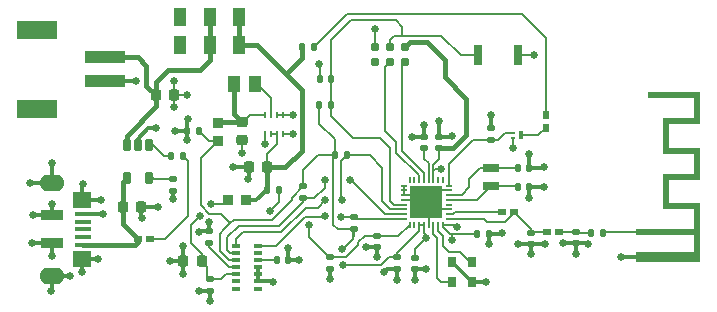
<source format=gtl>
%TF.GenerationSoftware,KiCad,Pcbnew,9.0.3*%
%TF.CreationDate,2025-09-07T12:19:25+02:00*%
%TF.ProjectId,LoTiBloxy,4c6f5469-426c-46f7-9879-2e6b69636164,rev?*%
%TF.SameCoordinates,Original*%
%TF.FileFunction,Copper,L1,Top*%
%TF.FilePolarity,Positive*%
%FSLAX46Y46*%
G04 Gerber Fmt 4.6, Leading zero omitted, Abs format (unit mm)*
G04 Created by KiCad (PCBNEW 9.0.3) date 2025-09-07 12:19:25*
%MOMM*%
%LPD*%
G01*
G04 APERTURE LIST*
G04 Aperture macros list*
%AMRoundRect*
0 Rectangle with rounded corners*
0 $1 Rounding radius*
0 $2 $3 $4 $5 $6 $7 $8 $9 X,Y pos of 4 corners*
0 Add a 4 corners polygon primitive as box body*
4,1,4,$2,$3,$4,$5,$6,$7,$8,$9,$2,$3,0*
0 Add four circle primitives for the rounded corners*
1,1,$1+$1,$2,$3*
1,1,$1+$1,$4,$5*
1,1,$1+$1,$6,$7*
1,1,$1+$1,$8,$9*
0 Add four rect primitives between the rounded corners*
20,1,$1+$1,$2,$3,$4,$5,0*
20,1,$1+$1,$4,$5,$6,$7,0*
20,1,$1+$1,$6,$7,$8,$9,0*
20,1,$1+$1,$8,$9,$2,$3,0*%
G04 Aperture macros list end*
%TA.AperFunction,EtchedComponent*%
%ADD10C,0.000000*%
%TD*%
%TA.AperFunction,SMDPad,CuDef*%
%ADD11R,3.403600X1.498600*%
%TD*%
%TA.AperFunction,SMDPad,CuDef*%
%ADD12R,3.505200X0.990600*%
%TD*%
%TA.AperFunction,ConnectorPad*%
%ADD13R,0.500000X0.500000*%
%TD*%
%TA.AperFunction,SMDPad,CuDef*%
%ADD14R,0.500000X0.900000*%
%TD*%
%TA.AperFunction,SMDPad,CuDef*%
%ADD15RoundRect,0.135000X-0.135000X-0.185000X0.135000X-0.185000X0.135000X0.185000X-0.135000X0.185000X0*%
%TD*%
%TA.AperFunction,SMDPad,CuDef*%
%ADD16R,0.939800X0.965200*%
%TD*%
%TA.AperFunction,SMDPad,CuDef*%
%ADD17RoundRect,0.140000X-0.170000X0.140000X-0.170000X-0.140000X0.170000X-0.140000X0.170000X0.140000X0*%
%TD*%
%TA.AperFunction,SMDPad,CuDef*%
%ADD18RoundRect,0.140000X0.140000X0.170000X-0.140000X0.170000X-0.140000X-0.170000X0.140000X-0.170000X0*%
%TD*%
%TA.AperFunction,SMDPad,CuDef*%
%ADD19RoundRect,0.225000X0.225000X0.250000X-0.225000X0.250000X-0.225000X-0.250000X0.225000X-0.250000X0*%
%TD*%
%TA.AperFunction,SMDPad,CuDef*%
%ADD20R,1.397000X0.698500*%
%TD*%
%TA.AperFunction,SMDPad,CuDef*%
%ADD21R,1.100000X1.420000*%
%TD*%
%TA.AperFunction,SMDPad,CuDef*%
%ADD22R,0.711200X0.558800*%
%TD*%
%TA.AperFunction,SMDPad,CuDef*%
%ADD23R,0.660400X0.609600*%
%TD*%
%TA.AperFunction,SMDPad,CuDef*%
%ADD24R,0.660400X0.399998*%
%TD*%
%TA.AperFunction,SMDPad,CuDef*%
%ADD25R,0.660400X0.400000*%
%TD*%
%TA.AperFunction,SMDPad,CuDef*%
%ADD26R,0.657700X0.400000*%
%TD*%
%TA.AperFunction,SMDPad,CuDef*%
%ADD27R,0.400000X0.250000*%
%TD*%
%TA.AperFunction,SMDPad,CuDef*%
%ADD28R,0.400000X0.700000*%
%TD*%
%TA.AperFunction,SMDPad,CuDef*%
%ADD29RoundRect,0.140000X-0.140000X-0.170000X0.140000X-0.170000X0.140000X0.170000X-0.140000X0.170000X0*%
%TD*%
%TA.AperFunction,SMDPad,CuDef*%
%ADD30RoundRect,0.150000X-0.150000X0.400000X-0.150000X-0.400000X0.150000X-0.400000X0.150000X0.400000X0*%
%TD*%
%TA.AperFunction,SMDPad,CuDef*%
%ADD31R,1.000000X1.600000*%
%TD*%
%TA.AperFunction,SMDPad,CuDef*%
%ADD32RoundRect,0.135000X-0.185000X0.135000X-0.185000X-0.135000X0.185000X-0.135000X0.185000X0.135000X0*%
%TD*%
%TA.AperFunction,SMDPad,CuDef*%
%ADD33RoundRect,0.225000X-0.250000X0.225000X-0.250000X-0.225000X0.250000X-0.225000X0.250000X0.225000X0*%
%TD*%
%TA.AperFunction,SMDPad,CuDef*%
%ADD34R,0.762000X0.965200*%
%TD*%
%TA.AperFunction,SMDPad,CuDef*%
%ADD35R,0.609600X0.660400*%
%TD*%
%TA.AperFunction,SMDPad,CuDef*%
%ADD36RoundRect,0.225000X-0.225000X-0.250000X0.225000X-0.250000X0.225000X0.250000X-0.225000X0.250000X0*%
%TD*%
%TA.AperFunction,ConnectorPad*%
%ADD37C,0.787400*%
%TD*%
%TA.AperFunction,SMDPad,CuDef*%
%ADD38R,0.253996X0.604900*%
%TD*%
%TA.AperFunction,SMDPad,CuDef*%
%ADD39R,0.254000X0.604900*%
%TD*%
%TA.AperFunction,SMDPad,CuDef*%
%ADD40RoundRect,0.140000X0.170000X-0.140000X0.170000X0.140000X-0.170000X0.140000X-0.170000X-0.140000X0*%
%TD*%
%TA.AperFunction,SMDPad,CuDef*%
%ADD41O,0.599999X0.200000*%
%TD*%
%TA.AperFunction,SMDPad,CuDef*%
%ADD42O,0.200000X0.599999*%
%TD*%
%TA.AperFunction,ComponentPad*%
%ADD43C,0.600000*%
%TD*%
%TA.AperFunction,SMDPad,CuDef*%
%ADD44R,2.799999X2.799999*%
%TD*%
%TA.AperFunction,SMDPad,CuDef*%
%ADD45R,1.371600X0.457200*%
%TD*%
%TA.AperFunction,SMDPad,CuDef*%
%ADD46R,1.371600X0.448601*%
%TD*%
%TA.AperFunction,SMDPad,CuDef*%
%ADD47R,1.371600X0.448600*%
%TD*%
%TA.AperFunction,SMDPad,CuDef*%
%ADD48R,1.371600X0.439998*%
%TD*%
%TA.AperFunction,ComponentPad*%
%ADD49O,2.108200X1.422400*%
%TD*%
%TA.AperFunction,SMDPad,CuDef*%
%ADD50R,1.549400X1.422400*%
%TD*%
%TA.AperFunction,SMDPad,CuDef*%
%ADD51R,1.905000X0.889000*%
%TD*%
%TA.AperFunction,SMDPad,CuDef*%
%ADD52RoundRect,0.135000X0.185000X-0.135000X0.185000X0.135000X-0.185000X0.135000X-0.185000X-0.135000X0*%
%TD*%
%TA.AperFunction,SMDPad,CuDef*%
%ADD53RoundRect,0.135000X0.135000X0.185000X-0.135000X0.185000X-0.135000X-0.185000X0.135000X-0.185000X0*%
%TD*%
%TA.AperFunction,SMDPad,CuDef*%
%ADD54R,0.800000X1.700000*%
%TD*%
%TA.AperFunction,SMDPad,CuDef*%
%ADD55R,0.965200X0.939800*%
%TD*%
%TA.AperFunction,ViaPad*%
%ADD56C,0.670000*%
%TD*%
%TA.AperFunction,Conductor*%
%ADD57C,0.200000*%
%TD*%
%TA.AperFunction,Conductor*%
%ADD58C,0.350000*%
%TD*%
%TA.AperFunction,Conductor*%
%ADD59C,0.400000*%
%TD*%
G04 APERTURE END LIST*
D10*
%TA.AperFunction,EtchedComponent*%
%TO.C,AE2*%
G36*
X137750000Y-92668196D02*
G01*
X135110000Y-92668196D01*
X135110000Y-94668196D01*
X137750000Y-94668196D01*
X137750000Y-97368196D01*
X135110000Y-97368196D01*
X135110000Y-99368196D01*
X137750000Y-99368196D01*
X137750000Y-104368196D01*
X132593215Y-104368196D01*
X132350000Y-104368196D01*
X132350000Y-103943352D01*
X132453957Y-103943352D01*
X132466065Y-103986015D01*
X132470419Y-103993927D01*
X132503203Y-104031870D01*
X132545605Y-104055938D01*
X132593215Y-104065779D01*
X132641622Y-104061043D01*
X132686416Y-104041381D01*
X132723186Y-104006441D01*
X132740092Y-103973549D01*
X132747982Y-103925463D01*
X132741408Y-103875878D01*
X132721313Y-103830568D01*
X132688643Y-103795308D01*
X132656417Y-103778414D01*
X132608158Y-103769974D01*
X132558632Y-103776505D01*
X132513447Y-103797064D01*
X132478213Y-103830707D01*
X132467600Y-103849318D01*
X132454700Y-103894833D01*
X132453957Y-103943352D01*
X132350000Y-103943352D01*
X132350000Y-103468196D01*
X137250000Y-103468196D01*
X137250000Y-102068196D01*
X132350000Y-102068196D01*
X132350000Y-101568196D01*
X137250000Y-101568196D01*
X137250000Y-99868196D01*
X134610000Y-99868196D01*
X134610000Y-96868196D01*
X137250000Y-96868196D01*
X137250000Y-95168196D01*
X134610000Y-95168196D01*
X134610000Y-92168196D01*
X137250000Y-92168196D01*
X137250000Y-90468196D01*
X133310000Y-90468196D01*
X133310000Y-89968196D01*
X137750000Y-89968196D01*
X137750000Y-92668196D01*
G37*
%TD.AperFunction*%
%TD*%
D11*
%TO.P,J2,4*%
%TO.N,N/C*%
X81605299Y-91350001D03*
%TO.P,J2,3*%
X81605299Y-84649999D03*
D12*
%TO.P,J2,2,2*%
%TO.N,GND*%
X87355300Y-89000001D03*
%TO.P,J2,1,1*%
%TO.N,/PowerSection/VBAT*%
X87355300Y-86999999D03*
%TD*%
D13*
%TO.P,AE2,1,A*%
%TO.N,/MCU/FEED*%
X132600000Y-101818196D03*
D14*
%TO.P,AE2,2,Shield*%
%TO.N,GND*%
X132600000Y-103918196D03*
%TD*%
D15*
%TO.P,R1,1*%
%TO.N,/VDD_1V8*%
X106805000Y-95300000D03*
%TO.P,R1,2*%
%TO.N,/SDA*%
X107825000Y-95300000D03*
%TD*%
D16*
%TO.P,FB1,1*%
%TO.N,/PowerSection/VOS*%
X96910000Y-92575700D03*
%TO.P,FB1,2*%
%TO.N,/VDD_1V8*%
X96910000Y-94074300D03*
%TD*%
D17*
%TO.P,C21,1*%
%TO.N,/MCU/batCheck*%
X110388192Y-102120000D03*
%TO.P,C21,2*%
%TO.N,GND*%
X110388192Y-103080000D03*
%TD*%
D18*
%TO.P,C7,1*%
%TO.N,/VDD_1V8*%
X95280000Y-93200000D03*
%TO.P,C7,2*%
%TO.N,GND*%
X94320000Y-93200000D03*
%TD*%
D17*
%TO.P,C13,1*%
%TO.N,/VDD_1V8*%
X113600000Y-103970000D03*
%TO.P,C13,2*%
%TO.N,GND*%
X113600000Y-104930000D03*
%TD*%
D19*
%TO.P,C10,1*%
%TO.N,/VSYS*%
X101054200Y-96316800D03*
%TO.P,C10,2*%
%TO.N,GND*%
X99504200Y-96316800D03*
%TD*%
D20*
%TO.P,XTAL1,1,1*%
%TO.N,/MCU/x32_Q2*%
X120015000Y-96399350D03*
%TO.P,XTAL1,2,2*%
%TO.N,/MCU/x32_Q1*%
X120015000Y-97910650D03*
%TD*%
D21*
%TO.P,L1,1,1*%
%TO.N,/PowerSection/SW*%
X100035000Y-89300000D03*
%TO.P,L1,2,2*%
%TO.N,/PowerSection/VOS*%
X98265000Y-89300000D03*
%TD*%
D22*
%TO.P,L5,1,1*%
%TO.N,/MCU/RFP*%
X124769300Y-101818196D03*
%TO.P,L5,2,2*%
%TO.N,/MCU/AntsCaps*%
X125810700Y-101818196D03*
%TD*%
D23*
%TO.P,D1,1,K*%
%TO.N,Net-(D1-K)*%
X91180273Y-102404419D03*
%TO.P,D1,2,A*%
%TO.N,/PowerSection/VBUS*%
X90138873Y-102404419D03*
%TD*%
D15*
%TO.P,R9,1*%
%TO.N,/VSYS*%
X104036400Y-86106000D03*
%TO.P,R9,2*%
%TO.N,Net-(D2-A)*%
X105056400Y-86106000D03*
%TD*%
D17*
%TO.P,C5,1*%
%TO.N,/MCU/AntsCaps*%
X127240000Y-101788196D03*
%TO.P,C5,2*%
%TO.N,GND*%
X127240000Y-102748196D03*
%TD*%
D24*
%TO.P,U1,1,SDA*%
%TO.N,/SDA*%
X98425000Y-102975001D03*
D25*
%TO.P,U1,2,SCL*%
%TO.N,/SCL*%
X98425000Y-103575000D03*
D24*
%TO.P,U1,3,LDO_EN*%
%TO.N,/VDD_1V8*%
X98425000Y-104175001D03*
D25*
%TO.P,U1,4,VLDO*%
%TO.N,/sensor/VLDO*%
X98425000Y-104775000D03*
%TO.P,U1,5,VLED*%
%TO.N,/VLED*%
X98425000Y-105375000D03*
%TO.P,U1,6,NC*%
%TO.N,unconnected-(U1-NC-Pad6)*%
X98425000Y-105975000D03*
%TO.P,U1,7,NC*%
%TO.N,unconnected-(U1-NC-Pad7)*%
X98425000Y-106575000D03*
%TO.P,U1,8,NC*%
%TO.N,unconnected-(U1-NC-Pad8)*%
X100330000Y-106575000D03*
%TO.P,U1,9,PGND*%
%TO.N,GND*%
X100330000Y-105975000D03*
%TO.P,U1,10,GND_DIG*%
X100330000Y-105375000D03*
D26*
%TO.P,U1,11,GND_ANA*%
X100331350Y-104775000D03*
D24*
%TO.P,U1,12,VREF*%
%TO.N,/sensor/VREF*%
X100330000Y-104175001D03*
D25*
%TO.P,U1,13,GPIO*%
%TO.N,unconnected-(U1-GPIO-Pad13)*%
X100330000Y-103575000D03*
D24*
%TO.P,U1,14,INTB*%
%TO.N,/INTB*%
X100330000Y-102975001D03*
%TD*%
D22*
%TO.P,L4,1,1*%
%TO.N,/MCU/RFN*%
X120919300Y-100118196D03*
%TO.P,L4,2,2*%
%TO.N,/MCU/RFP*%
X121960700Y-100118196D03*
%TD*%
D27*
%TO.P,Q1,1,G*%
%TO.N,/MCU/statusCtrl*%
X121900000Y-93375001D03*
D28*
%TO.P,Q1,2,D*%
%TO.N,Net-(D2-K)*%
X122600000Y-93600000D03*
D27*
%TO.P,Q1,3,S*%
%TO.N,GND*%
X121900000Y-93824999D03*
%TD*%
D29*
%TO.P,C15,1*%
%TO.N,/MCU/x32_Q2*%
X122285000Y-96355000D03*
%TO.P,C15,2*%
%TO.N,GND*%
X123245000Y-96355000D03*
%TD*%
%TO.P,C6,1*%
%TO.N,/MCU/AntsCaps*%
X128510000Y-101838196D03*
%TO.P,C6,2*%
%TO.N,/MCU/FEED*%
X129470000Y-101838196D03*
%TD*%
D30*
%TO.P,U4,1,STAT*%
%TO.N,/PowerSection/STAT*%
X91075000Y-94450000D03*
%TO.P,U4,2,VSS*%
%TO.N,GND*%
X90125000Y-94450000D03*
%TO.P,U4,3,VBAT*%
%TO.N,/PowerSection/VBAT*%
X89175000Y-94450000D03*
%TO.P,U4,4,VDD*%
%TO.N,/PowerSection/VBUS*%
X89175000Y-97250000D03*
%TO.P,U4,5,PROG*%
%TO.N,/PowerSection/PROG*%
X91075000Y-97250000D03*
%TD*%
D31*
%TO.P,S3,1,1*%
%TO.N,/VSYS*%
X98700000Y-86000000D03*
%TO.P,S3,1.1,1*%
X98700000Y-83600000D03*
%TO.P,S3,2,2*%
%TO.N,/PowerSection/VBAT*%
X96200000Y-86000000D03*
%TO.P,S3,2.1,2*%
X96200000Y-83600000D03*
%TO.P,S3,3,3*%
%TO.N,unconnected-(S3-Pad3)*%
X93700000Y-86000000D03*
%TO.P,S3,3.1,3*%
%TO.N,unconnected-(S3-3-Pad3.1)*%
X93700000Y-83600000D03*
%TD*%
D19*
%TO.P,C2,1*%
%TO.N,/VLED*%
X95525000Y-104250000D03*
%TO.P,C2,2*%
%TO.N,GND*%
X93975000Y-104250000D03*
%TD*%
D18*
%TO.P,C19,1*%
%TO.N,/MCU/nRESET*%
X106480000Y-88800000D03*
%TO.P,C19,2*%
%TO.N,GND*%
X105520000Y-88800000D03*
%TD*%
D32*
%TO.P,R7,1*%
%TO.N,/MCU/batCheck*%
X106400000Y-103890000D03*
%TO.P,R7,2*%
%TO.N,GND*%
X106400000Y-104910000D03*
%TD*%
D15*
%TO.P,R4,1*%
%TO.N,/VDD_1V8*%
X105490000Y-91000000D03*
%TO.P,R4,2*%
%TO.N,/MCU/nRESET*%
X106510000Y-91000000D03*
%TD*%
D33*
%TO.P,C11,1*%
%TO.N,/PowerSection/VOS*%
X98960000Y-92475000D03*
%TO.P,C11,2*%
%TO.N,GND*%
X98960000Y-94025000D03*
%TD*%
D17*
%TO.P,C20,1*%
%TO.N,/VLED*%
X96274700Y-105811600D03*
%TO.P,C20,2*%
%TO.N,GND*%
X96274700Y-106771600D03*
%TD*%
D34*
%TO.P,XTAL2,1,1*%
%TO.N,/MCU/x24_P*%
X118450001Y-104297401D03*
%TO.P,XTAL2,2,2*%
%TO.N,GND*%
X116749999Y-104297401D03*
%TO.P,XTAL2,3,3*%
%TO.N,/MCU/x24_N*%
X116749999Y-106050001D03*
%TO.P,XTAL2,4,4*%
%TO.N,GND*%
X118450001Y-106050001D03*
%TD*%
D35*
%TO.P,D2,1,K*%
%TO.N,Net-(D2-K)*%
X124690000Y-92943196D03*
%TO.P,D2,2,A*%
%TO.N,Net-(D2-A)*%
X124690000Y-91901796D03*
%TD*%
D36*
%TO.P,C18,1*%
%TO.N,/PowerSection/VBAT*%
X91625000Y-90200000D03*
%TO.P,C18,2*%
%TO.N,GND*%
X93175000Y-90200000D03*
%TD*%
D37*
%TO.P,J1,1,VCC*%
%TO.N,/VDD_1V8*%
X112730000Y-86165000D03*
%TO.P,J1,2,SWDIO*%
%TO.N,/MCU/TMS*%
X112730000Y-87435000D03*
%TO.P,J1,3,~{RESET}*%
%TO.N,/MCU/nRESET*%
X111460000Y-86165000D03*
%TO.P,J1,4,SWCLK*%
%TO.N,/MCU/TCK*%
X111460000Y-87435000D03*
%TO.P,J1,5,GND*%
%TO.N,GND*%
X110190000Y-86165000D03*
%TO.P,J1,6,SWO*%
%TO.N,unconnected-(J1-SWO-Pad6)*%
X110190000Y-87435000D03*
%TD*%
D38*
%TO.P,U3,1,GND*%
%TO.N,GND*%
X100900001Y-93452450D03*
D39*
%TO.P,U3,2,VIN*%
%TO.N,/VSYS*%
X101400000Y-93452450D03*
%TO.P,U3,3,MODE*%
X101900000Y-93452450D03*
D38*
%TO.P,U3,4,EN*%
%TO.N,GND*%
X102399999Y-93452450D03*
D39*
%TO.P,U3,5,VSET*%
X102400001Y-91847550D03*
%TO.P,U3,6,STOP*%
X101900000Y-91847550D03*
%TO.P,U3,7,SW*%
%TO.N,/PowerSection/SW*%
X101400000Y-91847550D03*
D38*
%TO.P,U3,8,VOS*%
%TO.N,/PowerSection/VOS*%
X100900001Y-91847550D03*
%TD*%
D32*
%TO.P,R6,1*%
%TO.N,/PowerSection/PROG*%
X93088873Y-97269419D03*
%TO.P,R6,2*%
%TO.N,GND*%
X93088873Y-98289419D03*
%TD*%
D40*
%TO.P,C8,1*%
%TO.N,/VDD_1V8*%
X115640000Y-94698196D03*
%TO.P,C8,2*%
%TO.N,GND*%
X115640000Y-93738196D03*
%TD*%
D32*
%TO.P,R2,1*%
%TO.N,/VDD_1V8*%
X104140000Y-97915000D03*
%TO.P,R2,2*%
%TO.N,/SCL*%
X104140000Y-98935000D03*
%TD*%
D36*
%TO.P,C12,1*%
%TO.N,/PowerSection/VBUS*%
X88875000Y-99650000D03*
%TO.P,C12,2*%
%TO.N,GND*%
X90425000Y-99650000D03*
%TD*%
D40*
%TO.P,C1,1*%
%TO.N,/sensor/VLDO*%
X96174700Y-102691600D03*
%TO.P,C1,2*%
%TO.N,GND*%
X96174700Y-101731600D03*
%TD*%
D41*
%TO.P,U2,1,RF_P*%
%TO.N,/MCU/RFP*%
X116439999Y-100668198D03*
%TO.P,U2,2,RF_N*%
%TO.N,/MCU/RFN*%
X116439999Y-100268197D03*
%TO.P,U2,3,VSS*%
%TO.N,GND*%
X116439999Y-99868197D03*
%TO.P,U2,4,RX_TX*%
%TO.N,unconnected-(U2-RX_TX-Pad4)*%
X116439999Y-99468198D03*
%TO.P,U2,5,X32K_Q1*%
%TO.N,/MCU/x32_Q1*%
X116439999Y-99068196D03*
%TO.P,U2,6,X32K_Q2*%
%TO.N,/MCU/x32_Q2*%
X116439999Y-98668197D03*
%TO.P,U2,7,VSS*%
%TO.N,GND*%
X116439999Y-98268198D03*
%TO.P,U2,8,DIO_0*%
%TO.N,/MCU/statusCtrl*%
X116439999Y-97868196D03*
D42*
%TO.P,U2,9,DIO_1*%
%TO.N,unconnected-(U2-DIO_1-Pad9)*%
X115940000Y-97368197D03*
%TO.P,U2,10,DIO_2*%
%TO.N,unconnected-(U2-DIO_2-Pad10)*%
X115539998Y-97368197D03*
%TO.P,U2,11,VDDS2*%
%TO.N,/VDD_1V8*%
X115139999Y-97368197D03*
%TO.P,U2,12,DCOUPL*%
%TO.N,/MCU/DCOUPL*%
X114740000Y-97368197D03*
%TO.P,U2,13,JTAG_TMSC*%
%TO.N,/MCU/TMS*%
X114339998Y-97368197D03*
%TO.P,U2,14,JTAG_TCKC*%
%TO.N,/MCU/TCK*%
X113939999Y-97368197D03*
%TO.P,U2,15,DIO_3*%
%TO.N,unconnected-(U2-DIO_3-Pad15)*%
X113539999Y-97368197D03*
%TO.P,U2,16,DIO_4*%
%TO.N,unconnected-(U2-DIO_4-Pad16)*%
X113139998Y-97368197D03*
D41*
%TO.P,U2,17,VSS*%
%TO.N,GND*%
X112640001Y-97868196D03*
%TO.P,U2,18,DCDC_SW*%
X112640001Y-98268198D03*
%TO.P,U2,19,VDDS_DCDC*%
X112640001Y-98668197D03*
%TO.P,U2,20,VSS*%
X112640001Y-99068196D03*
%TO.P,U2,21,RESET_N*%
%TO.N,/MCU/nRESET*%
X112640001Y-99468198D03*
%TO.P,U2,22,DIO_5*%
%TO.N,/SDA*%
X112640001Y-99868197D03*
%TO.P,U2,23,DIO_6*%
%TO.N,/SCL*%
X112640001Y-100268197D03*
%TO.P,U2,24,DIO_7*%
%TO.N,/INTB*%
X112640001Y-100668198D03*
D42*
%TO.P,U2,25,DIO_8*%
%TO.N,/MCU/batCheck*%
X113139998Y-101168195D03*
%TO.P,U2,26,DIO_9*%
%TO.N,unconnected-(U2-DIO_9-Pad26)*%
X113539999Y-101168195D03*
%TO.P,U2,27,VDDS*%
%TO.N,/VDD_1V8*%
X113939999Y-101168195D03*
%TO.P,U2,28,VDDR*%
X114339998Y-101168195D03*
%TO.P,U2,29,VSS*%
%TO.N,GND*%
X114740000Y-101168195D03*
%TO.P,U2,30,X24M_N*%
%TO.N,/MCU/x24_N*%
X115139999Y-101168195D03*
%TO.P,U2,31,X24M_P*%
%TO.N,/MCU/x24_P*%
X115539998Y-101168195D03*
%TO.P,U2,32,VDDR_RF*%
%TO.N,/VDD_1V8*%
X115940000Y-101168195D03*
D43*
%TO.P,U2,33,EGP*%
%TO.N,GND*%
X115565000Y-99268196D03*
X114540000Y-100318196D03*
X114540000Y-98218196D03*
X114539997Y-99268196D03*
D44*
X114539997Y-99268196D03*
D43*
X113465000Y-99268196D03*
%TD*%
D17*
%TO.P,C9,1*%
%TO.N,/VDD_1V8*%
X112065000Y-103938196D03*
%TO.P,C9,2*%
%TO.N,GND*%
X112065000Y-104898196D03*
%TD*%
D45*
%TO.P,J3,1,VBUS*%
%TO.N,/PowerSection/VBUS*%
X85493500Y-102875000D03*
D46*
%TO.P,J3,2,D-*%
%TO.N,unconnected-(J3-D--Pad2)*%
X85493500Y-102220699D03*
D47*
%TO.P,J3,3,D+*%
%TO.N,unconnected-(J3-D+-Pad3)*%
X85493500Y-101570700D03*
D48*
%TO.P,J3,4,ID*%
%TO.N,unconnected-(J3-ID-Pad4)*%
X85493500Y-100925001D03*
D45*
%TO.P,J3,5,GND*%
%TO.N,GND*%
X85493500Y-100275000D03*
D49*
%TO.P,J3,6,Shield*%
X82829299Y-97625000D03*
D50*
X85404600Y-99112501D03*
D51*
X82829299Y-100387500D03*
X82829299Y-102762500D03*
D50*
X85404600Y-104037499D03*
D49*
X82829299Y-105525000D03*
%TD*%
D29*
%TO.P,C14,1*%
%TO.N,/VDD_1V8*%
X118885000Y-101918196D03*
%TO.P,C14,2*%
%TO.N,GND*%
X119845000Y-101918196D03*
%TD*%
%TO.P,C3,1*%
%TO.N,/sensor/VREF*%
X101920000Y-104200000D03*
%TO.P,C3,2*%
%TO.N,GND*%
X102880000Y-104200000D03*
%TD*%
%TO.P,C16,1*%
%TO.N,/MCU/x32_Q1*%
X122285000Y-97955000D03*
%TO.P,C16,2*%
%TO.N,GND*%
X123245000Y-97955000D03*
%TD*%
D52*
%TO.P,R10,1*%
%TO.N,/MCU/statusCtrl*%
X120000000Y-93968197D03*
%TO.P,R10,2*%
%TO.N,GND*%
X120000000Y-92948197D03*
%TD*%
%TO.P,R3,1*%
%TO.N,/VDD_1V8*%
X108407200Y-101551200D03*
%TO.P,R3,2*%
%TO.N,/INTB*%
X108407200Y-100531200D03*
%TD*%
D15*
%TO.P,R8,1*%
%TO.N,/VSYS*%
X101039200Y-98196400D03*
%TO.P,R8,2*%
%TO.N,/MCU/batCheck*%
X102059200Y-98196400D03*
%TD*%
D17*
%TO.P,C4,1*%
%TO.N,/MCU/RFP*%
X123390000Y-101838196D03*
%TO.P,C4,2*%
%TO.N,GND*%
X123390000Y-102798196D03*
%TD*%
D53*
%TO.P,R5,1*%
%TO.N,Net-(D1-K)*%
X93973873Y-95379419D03*
%TO.P,R5,2*%
%TO.N,/PowerSection/STAT*%
X92953873Y-95379419D03*
%TD*%
D54*
%TO.P,S1,1*%
%TO.N,/MCU/nRESET*%
X118900000Y-86800000D03*
%TO.P,S1,2*%
%TO.N,GND*%
X122300000Y-86800000D03*
%TD*%
D55*
%TO.P,FB2,1*%
%TO.N,/VSYS*%
X99299300Y-99100000D03*
%TO.P,FB2,2*%
%TO.N,/VLED*%
X97800700Y-99100000D03*
%TD*%
D40*
%TO.P,C17,1*%
%TO.N,/MCU/DCOUPL*%
X114340000Y-94698196D03*
%TO.P,C17,2*%
%TO.N,GND*%
X114340000Y-93738196D03*
%TD*%
D56*
%TO.N,GND*%
X96174700Y-100975300D03*
X95325000Y-101750000D03*
X92850000Y-104250000D03*
X84375000Y-105525000D03*
X124495000Y-97955000D03*
X85450000Y-97750000D03*
X87050000Y-99100000D03*
X120000000Y-91875000D03*
X91650000Y-93000000D03*
X96250000Y-107600000D03*
X95321600Y-106771600D03*
X113300000Y-93738196D03*
X106400000Y-105750000D03*
X126150000Y-102725000D03*
X114525000Y-104925000D03*
X120950000Y-101900000D03*
X131075000Y-103900000D03*
X111000000Y-105150000D03*
X98166800Y-96316800D03*
X103775000Y-104200000D03*
X115640000Y-92410000D03*
X82850000Y-95950000D03*
X123700000Y-86800000D03*
X124500000Y-96300000D03*
X100875000Y-94350000D03*
X93200000Y-91200000D03*
X90450000Y-100600000D03*
X116700000Y-93700000D03*
X102880000Y-103105000D03*
X93175000Y-88975000D03*
X123250000Y-95200000D03*
X94300000Y-94000000D03*
X114350000Y-92700000D03*
X99475000Y-97325000D03*
X119585000Y-106050001D03*
X119845000Y-102795000D03*
X124600000Y-102800000D03*
X90000000Y-88975000D03*
X93250000Y-93200000D03*
X98960000Y-95140000D03*
X81225000Y-100375000D03*
X112050000Y-105850000D03*
X82850000Y-103850000D03*
X128250000Y-102800000D03*
X93088873Y-99038873D03*
X87200000Y-100250000D03*
X93975000Y-105374400D03*
X82800000Y-106825000D03*
X82850000Y-99400000D03*
X105475000Y-87600000D03*
X123245000Y-98895000D03*
X110375000Y-103896400D03*
X81200000Y-102700000D03*
X86732618Y-104056948D03*
X94350000Y-92250000D03*
X110175000Y-84575000D03*
X127250000Y-103650000D03*
X122301804Y-102798196D03*
X121900000Y-94700000D03*
X91850000Y-99650000D03*
X103250000Y-91850000D03*
X123390000Y-103640000D03*
X101600000Y-106000000D03*
X85400000Y-105150000D03*
X93975000Y-102991294D03*
X94300000Y-90200000D03*
X103250000Y-93475000D03*
X113600000Y-105850000D03*
X109480000Y-103080000D03*
X81000000Y-97600000D03*
%TO.N,/VLED*%
X95376600Y-100406600D03*
X96331902Y-99451298D03*
%TO.N,/VDD_1V8*%
X117150000Y-101400000D03*
X114550000Y-102300000D03*
X116725000Y-102500000D03*
X107500000Y-104565000D03*
X115800000Y-96450000D03*
X107450000Y-103215000D03*
%TO.N,/MCU/batCheck*%
X104650000Y-101200000D03*
X101281475Y-100025000D03*
%TO.N,/SDA*%
X106000000Y-99100000D03*
X107430000Y-99100000D03*
%TO.N,/SCL*%
X105950000Y-97375000D03*
X108090000Y-97400000D03*
%TO.N,/INTB*%
X106000000Y-100475000D03*
X107354000Y-100500000D03*
%TD*%
D57*
%TO.N,/SCL*%
X111083797Y-100268197D02*
X112640001Y-100268197D01*
X108090000Y-97400000D02*
X108215600Y-97400000D01*
X108215600Y-97400000D02*
X111083797Y-100268197D01*
%TO.N,/VDD_1V8*%
X107051200Y-101551200D02*
X108407200Y-101551200D01*
X106675000Y-101175000D02*
X107051200Y-101551200D01*
X106675000Y-95430000D02*
X106675000Y-101175000D01*
X106805000Y-95300000D02*
X106675000Y-95430000D01*
%TO.N,/INTB*%
X105975000Y-100500000D02*
X104300000Y-100500000D01*
X106000000Y-100475000D02*
X105975000Y-100500000D01*
X104300000Y-100500000D02*
X101824999Y-102975001D01*
X101824999Y-102975001D02*
X100330000Y-102975001D01*
%TO.N,/SCL*%
X105950000Y-98025000D02*
X105040000Y-98935000D01*
X105950000Y-97375000D02*
X105950000Y-98025000D01*
X105040000Y-98935000D02*
X104140000Y-98935000D01*
%TO.N,/SDA*%
X98425000Y-102425000D02*
X98425000Y-102975001D01*
X99050000Y-101800000D02*
X98425000Y-102425000D01*
X105379600Y-99720400D02*
X104343200Y-99720400D01*
X104343200Y-99720400D02*
X102263600Y-101800000D01*
X106000000Y-99100000D02*
X105379600Y-99720400D01*
X102263600Y-101800000D02*
X99050000Y-101800000D01*
%TO.N,/VDD_1V8*%
X116941600Y-101193600D02*
X115965405Y-101193600D01*
X117148000Y-101400000D02*
X116941600Y-101193600D01*
X117150000Y-101400000D02*
X117148000Y-101400000D01*
X115965405Y-101193600D02*
X115940000Y-101168195D01*
X116550000Y-101950000D02*
X115940000Y-101340000D01*
X118853196Y-101950000D02*
X116550000Y-101950000D01*
X118885000Y-101918196D02*
X118853196Y-101950000D01*
X115940000Y-101340000D02*
X115940000Y-101168195D01*
X116750000Y-102288527D02*
X116750000Y-101918196D01*
X116825000Y-102363527D02*
X116750000Y-102288527D01*
X116825000Y-102400000D02*
X116825000Y-102363527D01*
X116725000Y-102500000D02*
X116825000Y-102400000D01*
X103150000Y-99100000D02*
X103150000Y-98905000D01*
X101500000Y-100750000D02*
X103150000Y-99100000D01*
X103150000Y-98905000D02*
X104140000Y-97915000D01*
X97950000Y-101050000D02*
X98250000Y-100750000D01*
X98250000Y-100750000D02*
X101500000Y-100750000D01*
X111362475Y-103938196D02*
X112065000Y-103938196D01*
X110754271Y-104546400D02*
X111362475Y-103938196D01*
X107518600Y-104546400D02*
X110754271Y-104546400D01*
X107500000Y-104565000D02*
X107518600Y-104546400D01*
D58*
%TO.N,GND*%
X111301804Y-104898196D02*
X112065000Y-104898196D01*
X111290863Y-104909137D02*
X111301804Y-104898196D01*
X111240863Y-104909137D02*
X111290863Y-104909137D01*
X111000000Y-105150000D02*
X111240863Y-104909137D01*
X96200000Y-100950000D02*
X96174700Y-100975300D01*
X96174700Y-101731600D02*
X96174700Y-100975300D01*
X95343400Y-101731600D02*
X95325000Y-101750000D01*
X96174700Y-101731600D02*
X95343400Y-101731600D01*
D57*
%TO.N,/VLED*%
X95525000Y-103620640D02*
X95525000Y-104250000D01*
X94600000Y-102695640D02*
X95525000Y-103620640D01*
X95376600Y-100406600D02*
X94600000Y-101183200D01*
X94600000Y-101183200D02*
X94600000Y-102695640D01*
%TO.N,/MCU/x24_P*%
X118215599Y-104297401D02*
X118450001Y-104297401D01*
X117431999Y-103513801D02*
X118215599Y-104297401D01*
X116000000Y-103000000D02*
X116513801Y-103513801D01*
X116513801Y-103513801D02*
X117431999Y-103513801D01*
X115539998Y-101689998D02*
X116000000Y-102150000D01*
X116000000Y-102150000D02*
X116000000Y-103000000D01*
X115539998Y-101168195D02*
X115539998Y-101689998D01*
%TO.N,/MCU/x24_N*%
X115444600Y-105715505D02*
X115779096Y-106050001D01*
X115484800Y-104097000D02*
X115444600Y-104137200D01*
X115139999Y-101989999D02*
X115484800Y-102334800D01*
X115779096Y-106050001D02*
X116749999Y-106050001D01*
X115139999Y-101168195D02*
X115139999Y-101989999D01*
X115484800Y-102334800D02*
X115484800Y-104097000D01*
X115444600Y-104137200D02*
X115444600Y-105715505D01*
%TO.N,/VDD_1V8*%
X113600000Y-103250000D02*
X114550000Y-102300000D01*
X113600000Y-103970000D02*
X113600000Y-103250000D01*
X114550000Y-102110002D02*
X114339998Y-101900000D01*
X114550000Y-102300000D02*
X114550000Y-102110002D01*
X114339998Y-101900000D02*
X114339998Y-101168195D01*
X113939999Y-101710001D02*
X113939999Y-101168195D01*
X112065000Y-103585000D02*
X113939999Y-101710001D01*
X112065000Y-103938196D02*
X112065000Y-103585000D01*
%TO.N,/MCU/FEED*%
X129490000Y-101818196D02*
X129470000Y-101838196D01*
X132600000Y-101818196D02*
X129490000Y-101818196D01*
%TO.N,/sensor/VLDO*%
X96174700Y-103085501D02*
X97864199Y-104775000D01*
X97864199Y-104775000D02*
X98425000Y-104775000D01*
X96174700Y-102691600D02*
X96174700Y-103085501D01*
D58*
%TO.N,GND*%
X118450001Y-106050001D02*
X119585000Y-106050001D01*
X82829299Y-105525000D02*
X84375000Y-105525000D01*
X90425000Y-99650000D02*
X91850000Y-99650000D01*
X123390000Y-102798196D02*
X124598196Y-102798196D01*
D57*
X100900001Y-93452450D02*
X100900001Y-94324999D01*
D58*
X112065000Y-105835000D02*
X112050000Y-105850000D01*
X103740000Y-104165000D02*
X103775000Y-104200000D01*
D57*
X113939998Y-98668197D02*
X114539997Y-99268196D01*
D58*
X101625000Y-105975000D02*
X101600000Y-106000000D01*
X90125000Y-94450000D02*
X90125000Y-93900001D01*
X109450000Y-103050000D02*
X109480000Y-103080000D01*
D57*
X93175000Y-90200000D02*
X94300000Y-90200000D01*
D58*
X95321600Y-106771600D02*
X95300000Y-106750000D01*
X119845000Y-101918196D02*
X119845000Y-102795000D01*
X82829299Y-99420701D02*
X82850000Y-99400000D01*
X114520000Y-104930000D02*
X114525000Y-104925000D01*
X100331350Y-104775000D02*
X100331350Y-105373650D01*
X91025001Y-93000000D02*
X91650000Y-93000000D01*
X123250000Y-98900000D02*
X123245000Y-98895000D01*
D57*
X112640001Y-98268198D02*
X112640001Y-98668197D01*
D58*
X120000000Y-91850000D02*
X120000000Y-91875000D01*
X82829299Y-97625000D02*
X81025000Y-97625000D01*
X113600000Y-105850000D02*
X113600000Y-104930000D01*
X123390000Y-102798196D02*
X123390000Y-103640000D01*
X87175000Y-100275000D02*
X87200000Y-100250000D01*
X124598196Y-102798196D02*
X124600000Y-102800000D01*
D57*
X102399999Y-93452450D02*
X103227450Y-93452450D01*
D58*
X106400000Y-104910000D02*
X106400000Y-105750000D01*
X94320000Y-92280000D02*
X94350000Y-92250000D01*
X85404600Y-99112501D02*
X85404600Y-97795400D01*
D57*
X103227450Y-93452450D02*
X103250000Y-93475000D01*
D58*
X120931804Y-101918196D02*
X120950000Y-101900000D01*
X93966600Y-104241600D02*
X93975000Y-104250000D01*
X96274700Y-106771600D02*
X96274700Y-107575300D01*
X128198196Y-102748196D02*
X128250000Y-102800000D01*
X90125000Y-93900001D02*
X91025001Y-93000000D01*
X116749999Y-104297401D02*
X116749999Y-104349999D01*
D57*
X116439999Y-99868197D02*
X115139998Y-99868197D01*
D58*
X131075000Y-103900000D02*
X131093196Y-103918196D01*
D57*
X112640001Y-97868196D02*
X112640001Y-98268198D01*
X110190000Y-86165000D02*
X110190000Y-84590000D01*
D58*
X99504200Y-97295800D02*
X99475000Y-97325000D01*
X123245000Y-97955000D02*
X124495000Y-97955000D01*
X94320000Y-93980000D02*
X94300000Y-94000000D01*
X90425000Y-100575000D02*
X90450000Y-100600000D01*
X82829299Y-106795701D02*
X82800000Y-106825000D01*
D57*
X116439999Y-98268198D02*
X114590002Y-98268198D01*
D58*
X94320000Y-93200000D02*
X94320000Y-92280000D01*
X87355300Y-89000001D02*
X89974999Y-89000001D01*
X100330000Y-105375000D02*
X100330000Y-105975000D01*
X86739566Y-104050000D02*
X86732618Y-104056948D01*
X102880000Y-104165000D02*
X103740000Y-104165000D01*
D57*
X112640001Y-99068196D02*
X113265000Y-99068196D01*
D58*
X85404600Y-97795400D02*
X85450000Y-97750000D01*
X85404600Y-105145400D02*
X85400000Y-105150000D01*
X127240000Y-102748196D02*
X126173196Y-102748196D01*
X85404600Y-104037499D02*
X85404600Y-105145400D01*
X93975000Y-102991294D02*
X93975000Y-104250000D01*
X110388192Y-103080000D02*
X109480000Y-103080000D01*
D57*
X105520000Y-87645000D02*
X105475000Y-87600000D01*
D58*
X86737499Y-104037499D02*
X86750000Y-104050000D01*
D57*
X98950000Y-95150000D02*
X98960000Y-95140000D01*
X121900000Y-93824999D02*
X121900000Y-94700000D01*
D58*
X122300000Y-102800000D02*
X122301804Y-102798196D01*
X82829299Y-100387500D02*
X81237500Y-100387500D01*
X127240000Y-102748196D02*
X128198196Y-102748196D01*
X82829299Y-100387500D02*
X82829299Y-99420701D01*
X85404600Y-104037499D02*
X86737499Y-104037499D01*
X81262500Y-102762500D02*
X81200000Y-102700000D01*
X123245000Y-96355000D02*
X123245000Y-95205000D01*
D57*
X110190000Y-84590000D02*
X110175000Y-84575000D01*
D58*
X85404600Y-99112501D02*
X87037499Y-99112501D01*
D57*
X112640001Y-98668197D02*
X113939998Y-98668197D01*
D58*
X124500000Y-97950000D02*
X124495000Y-97955000D01*
X127240000Y-102748196D02*
X127240000Y-103640000D01*
X93100000Y-99050000D02*
X93088873Y-99038873D01*
X110388192Y-103883208D02*
X110375000Y-103896400D01*
D57*
X102400001Y-91847550D02*
X103247550Y-91847550D01*
D58*
X99504200Y-96316800D02*
X98166800Y-96316800D01*
X123245000Y-97955000D02*
X123245000Y-98895000D01*
X94320000Y-93200000D02*
X93250000Y-93200000D01*
X89974999Y-89000001D02*
X90000000Y-88975000D01*
X115650000Y-92400000D02*
X115640000Y-92410000D01*
D57*
X115139998Y-99868197D02*
X114539997Y-99268196D01*
D58*
X123245000Y-95205000D02*
X123250000Y-95200000D01*
D57*
X98960000Y-94025000D02*
X98960000Y-95140000D01*
D58*
X99504200Y-96316800D02*
X99504200Y-97295800D01*
X93300000Y-104250000D02*
X93308400Y-104241600D01*
D57*
X93175000Y-91175000D02*
X93200000Y-91200000D01*
D58*
X96274700Y-107575300D02*
X96250000Y-107600000D01*
X114340000Y-92710000D02*
X114350000Y-92700000D01*
D57*
X93175000Y-90200000D02*
X93175000Y-88975000D01*
D58*
X81025000Y-97625000D02*
X81000000Y-97600000D01*
X92850000Y-104250000D02*
X93300000Y-104250000D01*
D57*
X113265000Y-99068196D02*
X113465000Y-99268196D01*
D58*
X93308400Y-104241600D02*
X93966600Y-104241600D01*
X120000000Y-92948197D02*
X120000000Y-91850000D01*
D57*
X114740000Y-101168195D02*
X114740000Y-100518196D01*
X101900000Y-91847550D02*
X102400001Y-91847550D01*
D58*
X115640000Y-93738196D02*
X115640000Y-92410000D01*
X96274700Y-106771600D02*
X95321600Y-106771600D01*
X131093196Y-103918196D02*
X132600000Y-103918196D01*
D57*
X100900001Y-94324999D02*
X100875000Y-94350000D01*
D58*
X123390000Y-102798196D02*
X122301804Y-102798196D01*
X100330000Y-105975000D02*
X101625000Y-105975000D01*
X82829299Y-97625000D02*
X82829299Y-95970701D01*
X86750000Y-104050000D02*
X86739566Y-104050000D01*
X82850000Y-103850000D02*
X82829299Y-103829299D01*
D57*
X103247550Y-91847550D02*
X103250000Y-91850000D01*
D58*
X98150000Y-96300000D02*
X98166800Y-96316800D01*
X90425000Y-99650000D02*
X90425000Y-100575000D01*
D57*
X122300000Y-86800000D02*
X123700000Y-86800000D01*
D58*
X93088873Y-98289419D02*
X93088873Y-99038873D01*
D57*
X93175000Y-90200000D02*
X93175000Y-91175000D01*
D58*
X123400000Y-103650000D02*
X123390000Y-103640000D01*
X82829299Y-102762500D02*
X81262500Y-102762500D01*
X114340000Y-93738196D02*
X113300000Y-93738196D01*
X126173196Y-102748196D02*
X126150000Y-102725000D01*
D57*
X114590002Y-98268198D02*
X114540000Y-98218196D01*
D58*
X123245000Y-96355000D02*
X124445000Y-96355000D01*
X81237500Y-100387500D02*
X81225000Y-100375000D01*
X114340000Y-93738196D02*
X114340000Y-92710000D01*
X115640000Y-93738196D02*
X116661804Y-93738196D01*
X82829299Y-95970701D02*
X82850000Y-95950000D01*
X94320000Y-93200000D02*
X94320000Y-93980000D01*
X102880000Y-104165000D02*
X102880000Y-103105000D01*
X124445000Y-96355000D02*
X124500000Y-96300000D01*
X84400000Y-105550000D02*
X84375000Y-105525000D01*
D57*
X105520000Y-88800000D02*
X105520000Y-87645000D01*
D58*
X116749999Y-104349999D02*
X118450001Y-106050001D01*
X82829299Y-105525000D02*
X82829299Y-106795701D01*
X87037499Y-99112501D02*
X87050000Y-99100000D01*
X127240000Y-103640000D02*
X127250000Y-103650000D01*
X112065000Y-104898196D02*
X112065000Y-105835000D01*
X119850000Y-102800000D02*
X119845000Y-102795000D01*
X93975000Y-105374400D02*
X93975000Y-104250000D01*
X100331350Y-105373650D02*
X100330000Y-105375000D01*
X82829299Y-103829299D02*
X82829299Y-102762500D01*
X113600000Y-104930000D02*
X114520000Y-104930000D01*
X116661804Y-93738196D02*
X116700000Y-93700000D01*
X119845000Y-101918196D02*
X120931804Y-101918196D01*
X85493500Y-100275000D02*
X87175000Y-100275000D01*
D57*
X114740000Y-100518196D02*
X114540000Y-100318196D01*
D58*
X110388192Y-103080000D02*
X110388192Y-103883208D01*
D57*
%TO.N,/VLED*%
X96331902Y-99451298D02*
X96363200Y-99420000D01*
X97147100Y-105811600D02*
X97583701Y-105374999D01*
X96024700Y-104749700D02*
X96024700Y-105561600D01*
X95525000Y-104250000D02*
X96024700Y-104749700D01*
X97480700Y-99420000D02*
X97800700Y-99100000D01*
X96024700Y-105561600D02*
X96274700Y-105811600D01*
X96274700Y-105811600D02*
X97147100Y-105811600D01*
X97583701Y-105374999D02*
X98425000Y-105374999D01*
X96363200Y-99420000D02*
X97480700Y-99420000D01*
%TO.N,/sensor/VREF*%
X101895001Y-104175001D02*
X101920000Y-104200000D01*
X100330000Y-104175001D02*
X101895001Y-104175001D01*
%TO.N,/MCU/RFP*%
X116439999Y-100668198D02*
X119465002Y-100668198D01*
X119715000Y-100918196D02*
X121190000Y-100918196D01*
X121960700Y-100147496D02*
X121960700Y-100118196D01*
X121190000Y-100918196D02*
X121960700Y-100147496D01*
X124769300Y-101818196D02*
X123410000Y-101818196D01*
X123390000Y-101838196D02*
X123390000Y-101547496D01*
X123410000Y-101818196D02*
X123390000Y-101838196D01*
X119465002Y-100668198D02*
X119715000Y-100918196D01*
X123390000Y-101547496D02*
X121960700Y-100118196D01*
%TO.N,/MCU/AntsCaps*%
X127240000Y-101788196D02*
X125840700Y-101788196D01*
X128510000Y-101838196D02*
X127290000Y-101838196D01*
X125840700Y-101788196D02*
X125810700Y-101818196D01*
X127290000Y-101838196D02*
X127240000Y-101788196D01*
%TO.N,/VDD_1V8*%
X105500000Y-92650000D02*
X106805000Y-93955000D01*
X104140000Y-97915000D02*
X104140000Y-96510000D01*
X108356400Y-102343600D02*
X108356400Y-101602000D01*
X98425000Y-104175001D02*
X97864201Y-104175001D01*
X96176009Y-100250000D02*
X97200000Y-100250000D01*
X105490000Y-91000000D02*
X105500000Y-91010000D01*
X96910000Y-94074300D02*
X95453200Y-95531100D01*
X115139999Y-96143197D02*
X115640000Y-95643196D01*
X108356400Y-101602000D02*
X108407200Y-101551200D01*
D59*
X117950000Y-93550000D02*
X117950000Y-90496520D01*
D57*
X105500000Y-91010000D02*
X105500000Y-92650000D01*
X106805000Y-93955000D02*
X106805000Y-95300000D01*
X115139999Y-97368197D02*
X115139999Y-96620000D01*
D59*
X116801804Y-94698196D02*
X117950000Y-93550000D01*
D57*
X95453200Y-95531100D02*
X95453200Y-99527191D01*
X115640000Y-95643196D02*
X115640000Y-94698196D01*
X97200000Y-100250000D02*
X97200000Y-100300000D01*
X115309999Y-96450000D02*
X115139999Y-96620000D01*
X107450000Y-103215000D02*
X107485000Y-103215000D01*
X96910000Y-94074300D02*
X96154300Y-94074300D01*
X96154300Y-94074300D02*
X95280000Y-93200000D01*
X113939999Y-101168195D02*
X114339998Y-101168195D01*
X105350000Y-95300000D02*
X106805000Y-95300000D01*
X104140000Y-96510000D02*
X105350000Y-95300000D01*
X97442600Y-101557400D02*
X97950000Y-101050000D01*
D59*
X116150000Y-88696520D02*
X116150000Y-87255000D01*
X116150000Y-87255000D02*
X114630000Y-85735000D01*
X113160000Y-85735000D02*
X112730000Y-86165000D01*
D57*
X97864201Y-104175001D02*
X97078800Y-103389600D01*
X115139999Y-96620000D02*
X115139999Y-96143197D01*
X97078800Y-101921200D02*
X97442600Y-101557400D01*
D59*
X115640000Y-94698196D02*
X116801804Y-94698196D01*
D57*
X97078800Y-103389600D02*
X97078800Y-101921200D01*
X108407200Y-101551200D02*
X108407200Y-102102800D01*
X108407200Y-102102800D02*
X108400000Y-102110000D01*
D59*
X117950000Y-90496520D02*
X116150000Y-88696520D01*
D57*
X97200000Y-100300000D02*
X97950000Y-101050000D01*
X107485000Y-103215000D02*
X108356400Y-102343600D01*
X115800000Y-96450000D02*
X115309999Y-96450000D01*
D59*
X114630000Y-85735000D02*
X113160000Y-85735000D01*
D57*
X95453200Y-99527191D02*
X96176009Y-100250000D01*
D59*
%TO.N,/VSYS*%
X98700000Y-86000000D02*
X98806000Y-86106000D01*
X101054200Y-97125800D02*
X101054200Y-96316800D01*
X101039200Y-98196400D02*
X101039200Y-97140800D01*
X101039200Y-97140800D02*
X101054200Y-97125800D01*
X102685000Y-88435000D02*
X104036400Y-87083600D01*
D57*
X101900000Y-93452450D02*
X101900000Y-94350000D01*
D59*
X98700000Y-86000000D02*
X100250000Y-86000000D01*
X101010600Y-98225000D02*
X101039200Y-98196400D01*
X101054200Y-96316800D02*
X101257400Y-96113600D01*
X102685000Y-88435000D02*
X104000000Y-89750000D01*
X101054200Y-96316800D02*
X102616000Y-96316800D01*
X101257400Y-96520000D02*
X101054200Y-96316800D01*
D57*
X101900000Y-94350000D02*
X101054200Y-95195800D01*
D58*
X100135600Y-99100000D02*
X101039200Y-98196400D01*
D57*
X101900000Y-93452450D02*
X101400000Y-93452450D01*
D59*
X104000000Y-89750000D02*
X104000000Y-94860000D01*
D57*
X101054200Y-95195800D02*
X101054200Y-96316800D01*
D59*
X104036400Y-87083600D02*
X104036400Y-86106000D01*
X100250000Y-86000000D02*
X102685000Y-88435000D01*
X104000000Y-94860000D02*
X104036400Y-94896400D01*
D58*
X99299300Y-99100000D02*
X100135600Y-99100000D01*
D59*
X98700000Y-86000000D02*
X98700000Y-83600000D01*
X102616000Y-96316800D02*
X104036400Y-94896400D01*
%TO.N,/PowerSection/VOS*%
X97010700Y-92475000D02*
X96910000Y-92575700D01*
X98250000Y-89315000D02*
X98250000Y-91765000D01*
D57*
X100900001Y-91847550D02*
X99587450Y-91847550D01*
D59*
X98250000Y-91765000D02*
X98960000Y-92475000D01*
D57*
X99587450Y-91847550D02*
X98960000Y-92475000D01*
D59*
X98960000Y-92475000D02*
X97010700Y-92475000D01*
X98265000Y-89300000D02*
X98250000Y-89315000D01*
%TO.N,/PowerSection/VBUS*%
X89909546Y-102875000D02*
X90138873Y-102645673D01*
X88850000Y-101100000D02*
X88850000Y-99675000D01*
X88875000Y-99650000D02*
X88875000Y-97550000D01*
X90138873Y-102645673D02*
X90138873Y-102404419D01*
X90138873Y-102388873D02*
X88850000Y-101100000D01*
X88875000Y-97550000D02*
X89175000Y-97250000D01*
X88850000Y-99675000D02*
X88875000Y-99650000D01*
X90138873Y-102404419D02*
X90138873Y-102388873D01*
X85493500Y-102875000D02*
X89909546Y-102875000D01*
D57*
%TO.N,/MCU/x32_Q2*%
X118190000Y-97325850D02*
X118190000Y-98018196D01*
X119116500Y-96399350D02*
X118190000Y-97325850D01*
X120015000Y-96399350D02*
X119116500Y-96399350D01*
X122285000Y-96355000D02*
X120059350Y-96355000D01*
X118190000Y-98018196D02*
X117539999Y-98668197D01*
X117539999Y-98668197D02*
X116439999Y-98668197D01*
X120059350Y-96355000D02*
X120015000Y-96399350D01*
%TO.N,/MCU/x32_Q1*%
X116439999Y-99068196D02*
X118857454Y-99068196D01*
X118857454Y-99068196D02*
X120015000Y-97910650D01*
X120015000Y-97910650D02*
X122240650Y-97910650D01*
X122240650Y-97910650D02*
X122285000Y-97955000D01*
%TO.N,/MCU/DCOUPL*%
X114340000Y-95568196D02*
X114740000Y-95968196D01*
X114340000Y-94698196D02*
X114340000Y-95568196D01*
X114740000Y-95968196D02*
X114740000Y-97368197D01*
D59*
%TO.N,/PowerSection/VBAT*%
X96200000Y-86000000D02*
X96200000Y-83600000D01*
X96200000Y-86000000D02*
X96200000Y-87200000D01*
X91625000Y-89075000D02*
X91625000Y-90200000D01*
X96200000Y-87200000D02*
X95350000Y-88050000D01*
X95350000Y-88050000D02*
X92650000Y-88050000D01*
X92650000Y-88050000D02*
X91625000Y-89075000D01*
X91625000Y-90200000D02*
X91700000Y-90275000D01*
X91700000Y-91150000D02*
X89195000Y-93655000D01*
X89195000Y-93655000D02*
X89195000Y-94430000D01*
X91700000Y-90275000D02*
X91700000Y-91150000D01*
X91625000Y-90200000D02*
X90850000Y-89425000D01*
X90099999Y-86999999D02*
X87355300Y-86999999D01*
X89195000Y-94430000D02*
X89175000Y-94450000D01*
X90850000Y-87750000D02*
X90099999Y-86999999D01*
X90850000Y-89425000D02*
X90850000Y-87750000D01*
D57*
%TO.N,/MCU/nRESET*%
X106480000Y-85570000D02*
X108200000Y-83850000D01*
X106510000Y-91981200D02*
X108356400Y-93827600D01*
X110642400Y-93827600D02*
X111506000Y-94691200D01*
X106510000Y-91000000D02*
X106480000Y-90970000D01*
X112505000Y-85185000D02*
X115835000Y-85185000D01*
X111460000Y-85505000D02*
X111780000Y-85185000D01*
X117450000Y-86800000D02*
X118900000Y-86800000D01*
X108356400Y-93827600D02*
X110642400Y-93827600D01*
X112500000Y-84400000D02*
X112500000Y-85180000D01*
X106480000Y-90970000D02*
X106480000Y-88800000D01*
X111780000Y-85185000D02*
X112505000Y-85185000D01*
X108200000Y-83850000D02*
X111950000Y-83850000D01*
X106480000Y-88800000D02*
X106480000Y-85570000D01*
X106510000Y-91000000D02*
X106510000Y-91981200D01*
X111506000Y-94691200D02*
X111506000Y-99161600D01*
X111460000Y-86165000D02*
X111460000Y-85505000D01*
X111950000Y-83850000D02*
X112500000Y-84400000D01*
X111812598Y-99468198D02*
X112640001Y-99468198D01*
X115835000Y-85185000D02*
X117450000Y-86800000D01*
X111506000Y-99161600D02*
X111812598Y-99468198D01*
X112500000Y-85180000D02*
X112505000Y-85185000D01*
%TO.N,/MCU/batCheck*%
X113139998Y-101168195D02*
X112188192Y-102120000D01*
X106290000Y-103890000D02*
X106400000Y-103890000D01*
X104650000Y-102250000D02*
X106290000Y-103890000D01*
X108800000Y-102850000D02*
X108800000Y-102650000D01*
X106400000Y-103890000D02*
X106523600Y-103890000D01*
X109330000Y-102120000D02*
X110388192Y-102120000D01*
X101281475Y-100025000D02*
X102059200Y-99247275D01*
X102059200Y-99247275D02*
X102059200Y-98196400D01*
X104650000Y-101200000D02*
X104650000Y-102250000D01*
X108800000Y-102650000D02*
X109330000Y-102120000D01*
X106523600Y-103890000D02*
X106553600Y-103920000D01*
X112188192Y-102120000D02*
X110388192Y-102120000D01*
X106400000Y-103890000D02*
X107760000Y-103890000D01*
X107760000Y-103890000D02*
X108800000Y-102850000D01*
%TO.N,Net-(D1-K)*%
X94388873Y-95794419D02*
X93973873Y-95379419D01*
X94388873Y-100461127D02*
X94388873Y-95794419D01*
X91180273Y-102404419D02*
X92445581Y-102404419D01*
X92445581Y-102404419D02*
X94388873Y-100461127D01*
%TO.N,Net-(D2-A)*%
X124690000Y-91901796D02*
X124690000Y-85390000D01*
X107812400Y-83350000D02*
X105056400Y-86106000D01*
X124690000Y-85390000D02*
X122650000Y-83350000D01*
X122650000Y-83350000D02*
X107812400Y-83350000D01*
%TO.N,Net-(D2-K)*%
X124033196Y-93600000D02*
X124690000Y-92943196D01*
X122600000Y-93600000D02*
X124033196Y-93600000D01*
%TO.N,/MCU/TCK*%
X113939999Y-97001097D02*
X112000000Y-95061098D01*
X111050000Y-87845000D02*
X111460000Y-87435000D01*
X111050000Y-93200000D02*
X111050000Y-87845000D01*
X113939999Y-97368197D02*
X113939999Y-97001097D01*
X112000000Y-94150000D02*
X111050000Y-93200000D01*
X112000000Y-95061098D02*
X112000000Y-94150000D01*
%TO.N,/MCU/TMS*%
X114339998Y-96768194D02*
X112500000Y-94928196D01*
X112500000Y-87665000D02*
X112730000Y-87435000D01*
X112500000Y-94928196D02*
X112500000Y-87665000D01*
X114339998Y-97368197D02*
X114339998Y-96768194D01*
%TO.N,/PowerSection/SW*%
X101400000Y-90450000D02*
X100250000Y-89300000D01*
X101400000Y-91847550D02*
X101400000Y-90450000D01*
X100250000Y-89300000D02*
X100035000Y-89300000D01*
%TO.N,/MCU/RFN*%
X120919300Y-100118196D02*
X116957100Y-100118196D01*
X116957100Y-100118196D02*
X116807098Y-100268198D01*
%TO.N,/MCU/statusCtrl*%
X118537998Y-93968197D02*
X116439999Y-96066196D01*
X120631803Y-93968197D02*
X121224999Y-93375001D01*
X116439999Y-96066196D02*
X116439999Y-97868196D01*
X121224999Y-93375001D02*
X121900000Y-93375001D01*
X120000000Y-93968197D02*
X120631803Y-93968197D01*
X118537998Y-93968197D02*
X120000000Y-93968197D01*
%TO.N,/SDA*%
X111468197Y-99868197D02*
X110800000Y-99200000D01*
X112640001Y-99868197D02*
X111468197Y-99868197D01*
X110800000Y-99200000D02*
X110800000Y-96350000D01*
X109750000Y-95300000D02*
X107825000Y-95300000D01*
X107350000Y-99020000D02*
X107350000Y-95775000D01*
X107430000Y-99100000D02*
X107350000Y-99020000D01*
X110800000Y-96350000D02*
X109750000Y-95300000D01*
X107350000Y-95775000D02*
X107825000Y-95300000D01*
%TO.N,/SCL*%
X97650000Y-103310801D02*
X97650000Y-102250000D01*
X98655600Y-101244400D02*
X102105600Y-101244400D01*
X97914199Y-103575000D02*
X97650000Y-103310801D01*
X104140000Y-99210000D02*
X104140000Y-98935000D01*
X102105600Y-101244400D02*
X104140000Y-99210000D01*
X97650000Y-102250000D02*
X98655600Y-101244400D01*
X98425000Y-103575000D02*
X97914199Y-103575000D01*
%TO.N,/INTB*%
X108407200Y-100531200D02*
X108544198Y-100668198D01*
X107354000Y-100500000D02*
X107385200Y-100531200D01*
X108544198Y-100668198D02*
X112640001Y-100668198D01*
X107385200Y-100531200D02*
X108407200Y-100531200D01*
%TO.N,/PowerSection/STAT*%
X91075000Y-94450000D02*
X91445000Y-94450000D01*
X92374419Y-95379419D02*
X92953873Y-95379419D01*
X91445000Y-94450000D02*
X92374419Y-95379419D01*
%TO.N,/PowerSection/PROG*%
X91464419Y-97269419D02*
X93088873Y-97269419D01*
X91445000Y-97250000D02*
X91464419Y-97269419D01*
X91075000Y-97250000D02*
X91445000Y-97250000D01*
%TD*%
M02*

</source>
